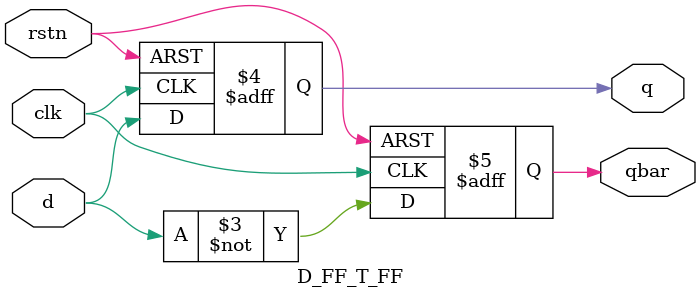
<source format=v>
module D_FF_T_FF (input d,rstn,clk, output reg q,qbar);
parameter FF_TYPE = "DFF";
always @(posedge clk or negedge rstn) begin
    if (!rstn) begin
        q <= 1'b0;
        qbar <= 1'b1;
    end 
    else begin
        case (FF_TYPE)
            "DFF": begin
                q <= d;
                qbar <= ~d;
            end
            "TFF": begin
                if (d) begin
                    q <= ~q;
                    qbar <= ~qbar;
                end
            end
            default: begin
                q <= 1'b0;
                qbar <= 1'b1;
            end
        endcase
    end
end   
endmodule
</source>
